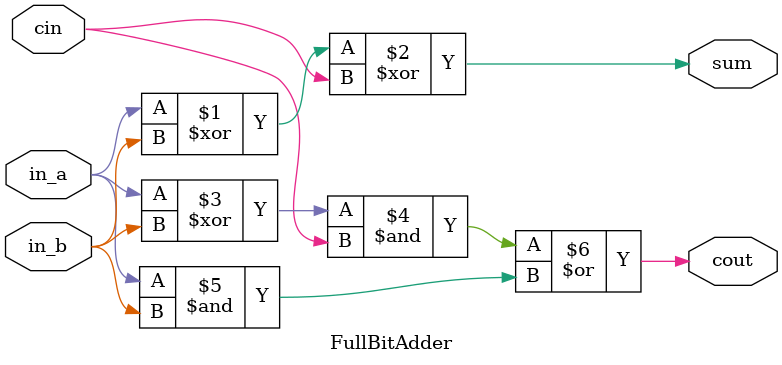
<source format=v>
module FullBitAdder(output sum,output cout, input in_a,input in_b,input cin);
	assign sum = (in_a ^ in_b) ^ cin;
	assign cout = ((in_a ^ in_b) & cin) | (in_a & in_b);
endmodule

</source>
